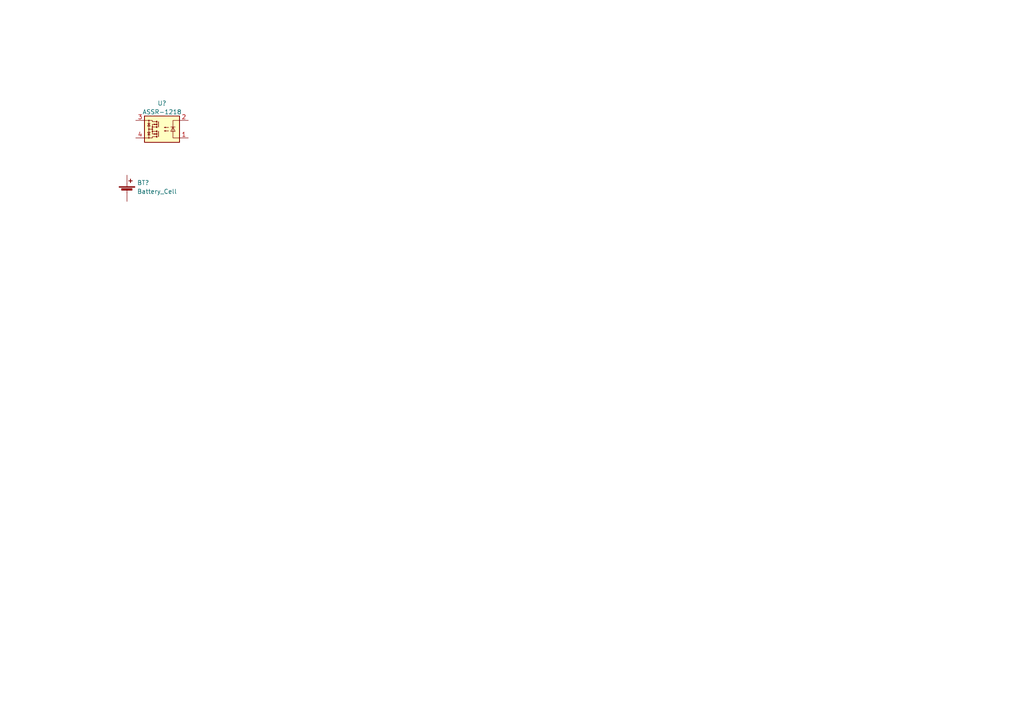
<source format=kicad_sch>
(kicad_sch (version 20211123) (generator eeschema)
  (paper "A4")
  (lib_symbols
    (symbol "Device:Battery_Cell" (pin_numbers hide) (pin_names (offset 0) hide)
      (property "Reference" "BT" (at 2.54 2.54 0))
      (property "Value" "Battery_Cell" (at 2.54 0 0))
      (symbol "Battery_Cell_0_1"
        (rectangle (start -2.286 1.778) (end 2.286 1.524) (fill (type outline)))
        (rectangle (start -1.5748 1.1938) (end 1.4732 0.6858) (fill (type outline)))
        (polyline (pts (xy 0 0.762) (xy 0 0)))
        (polyline (pts (xy 0 1.778) (xy 0 2.54)))
        (polyline (pts (xy 0.508 3.429) (xy 1.524 3.429)) (stroke (width 0.254)))
        (polyline (pts (xy 1.016 3.937) (xy 1.016 2.921)) (stroke (width 0.254)))
      )
      (symbol "Battery_Cell_1_1"
        (pin passive line (at 0 5.08 270) (length 2.54) (name "+") (number "1"))
        (pin passive line (at 0 -2.54 90) (length 2.54) (name "-") (number "2"))
      )
    )
    (symbol "Relay_SolidState:ASSR-1218"
      (property "Reference" "U" (at -5.08 5.08 0))
      (property "Value" "ASSR-1218" (at 0 5.08 0))
      (symbol "ASSR-1218_0_1"
        (rectangle (start -5.08 3.81) (end 5.08 -3.81) (stroke (width 0.254)) (fill (type background)))
        (polyline (pts (xy -3.81 -0.635) (xy -2.54 -0.635)))
        (polyline (pts (xy 1.016 -0.635) (xy 1.016 -2.159)) (stroke (width 0.2032)))
        (polyline (pts (xy 1.016 2.159) (xy 1.016 0.635)) (stroke (width 0.2032)))
        (polyline (pts (xy 1.524 -0.508) (xy 1.524 -0.762)) (stroke (width 0.3556)))
        (polyline (pts (xy 2.794 0) (xy 3.81 0)))
        (polyline (pts (xy 3.429 -1.651) (xy 4.191 -1.651)))
        (polyline (pts (xy 3.429 1.651) (xy 4.191 1.651)))
        (polyline (pts (xy 3.81 -2.54) (xy 3.81 2.54)))
        (polyline (pts (xy 1.524 -2.032) (xy 1.524 -2.286) (xy 1.524 -2.286)) (stroke (width 0.3556)))
        (polyline (pts (xy 1.524 -1.27) (xy 1.524 -1.524) (xy 1.524 -1.524)) (stroke (width 0.3556)))
        (polyline (pts (xy 1.524 0.762) (xy 1.524 0.508) (xy 1.524 0.508)) (stroke (width 0.3556)))
        (polyline (pts (xy 1.524 1.524) (xy 1.524 1.27) (xy 1.524 1.27)) (stroke (width 0.3556)))
        (polyline (pts (xy 1.524 2.286) (xy 1.524 2.032) (xy 1.524 2.032)) (stroke (width 0.3556)))
        (polyline (pts (xy 1.651 -1.397) (xy 2.794 -1.397) (xy 2.794 -0.635)))
        (polyline (pts (xy 1.651 1.397) (xy 2.794 1.397) (xy 2.794 0.635)))
        (polyline (pts (xy -5.08 2.54) (xy -3.175 2.54) (xy -3.175 -2.54) (xy -5.08 -2.54)))
        (polyline (pts (xy -3.175 -0.635) (xy -3.81 0.635) (xy -2.54 0.635) (xy -3.175 -0.635)))
        (polyline (pts (xy 1.651 -2.159) (xy 2.794 -2.159) (xy 2.794 -2.54) (xy 5.08 -2.54)))
        (polyline (pts (xy 1.651 -0.635) (xy 2.794 -0.635) (xy 2.794 0.635) (xy 1.651 0.635)))
        (polyline (pts (xy 1.651 2.159) (xy 2.794 2.159) (xy 2.794 2.54) (xy 5.08 2.54)))
        (polyline (pts (xy 1.778 -1.397) (xy 2.286 -1.27) (xy 2.286 -1.524) (xy 1.778 -1.397)))
        (polyline (pts (xy 1.778 1.397) (xy 2.286 1.524) (xy 2.286 1.27) (xy 1.778 1.397)))
        (polyline (pts (xy 3.81 -1.651) (xy 3.429 -0.889) (xy 4.191 -0.889) (xy 3.81 -1.651)))
        (polyline (pts (xy 3.81 1.651) (xy 3.429 0.889) (xy 4.191 0.889) (xy 3.81 1.651)))
        (polyline (pts (xy -1.905 -0.508) (xy -0.635 -0.508) (xy -1.016 -0.635) (xy -1.016 -0.381) (xy -0.635 -0.508)))
        (polyline (pts (xy -1.905 0.508) (xy -0.635 0.508) (xy -1.016 0.381) (xy -1.016 0.635) (xy -0.635 0.508)))
        (circle (center 2.794 -0.635) (radius 0.127))
        (circle (center 2.794 0) (radius 0.127))
        (circle (center 2.794 0.635) (radius 0.127))
        (circle (center 3.81 -2.54) (radius 0.127))
        (circle (center 3.81 0) (radius 0.127))
        (circle (center 3.81 2.54) (radius 0.127))
      )
      (symbol "ASSR-1218_1_1"
        (pin passive line (at -7.62 2.54 0) (length 2.54) (name "~") (number "1"))
        (pin passive line (at -7.62 -2.54 0) (length 2.54) (name "~") (number "2"))
        (pin passive line (at 7.62 -2.54 180) (length 2.54) (name "~") (number "3"))
        (pin passive line (at 7.62 2.54 180) (length 2.54) (name "~") (number "4"))
      )
    )
  )
  (symbol (lib_id "Relay_SolidState:ASSR-1218") (at 46.99 37.465 180) (unit 1)
    (property "Reference" "U?" (at 46.99 29.9552 0))
    (property "Value" "ASSR-1218" (at 46.99 32.4921 0))
    (property "Footprint" "Package_SO:SO-4_4.4x4.3mm_P2.54mm" (effects hide))
    (property "Datasheet" "https://docs.broadcom.com/docs/AV02-0173EN" (effects hide))
  )
  (symbol (lib_id "Device:Battery_Cell") (at 36.83 55.88 0) (unit 1)
    (property "Reference" "BT?" (at 39.751 53.0133 0) (effects (justify left)))
    (property "Value" "Battery_Cell" (at 39.751 55.5502 0) (effects (justify left)))
    (property "Footprint" "Connector_JST:JST_PH_B2B-PH-K_1x02_P2.00mm_Vertical" (effects hide))
  )
)
</source>
